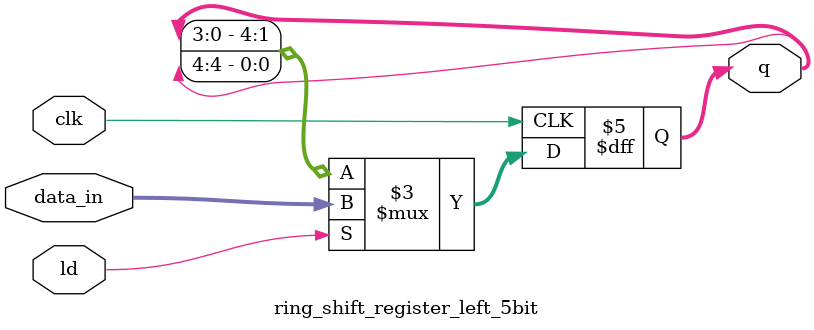
<source format=v>
module ring_shift_register_left_5bit(
    output reg [4:0] q,
    input wire clk,
    input wire ld,
    input wire [4:0] data_in
);
    always @(posedge clk) begin
        if (ld) begin
            q <= data_in; // Carrega data_in em todos os estágios
        end else begin
            q <= {q[3:0], q[4]}; // Desloca para a esquerda circularmente
        end
    end
endmodule

</source>
